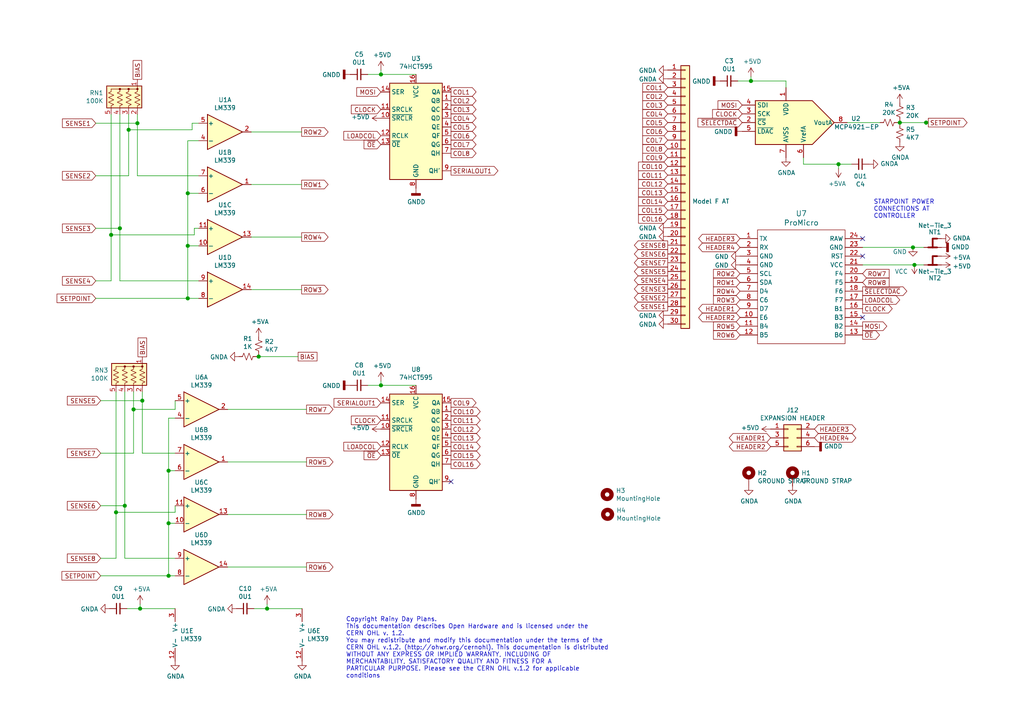
<source format=kicad_sch>
(kicad_sch (version 20200714) (host eeschema "(5.99.0-2620-gc6e388db1)")
  (page 1 1)
  (paper "A4")
  (title_block (title "THT-XWhatsIt model f only controller") (date "2020-08-20") (rev "0.0.3") (company "Rainy Day Plans") (comment 4 "Licenced under CERN OHL Version 1.2"))
  (lib_symbols
    (symbol "74xx:74HCT595" (pin_names (offset 0.508))
      (property "Reference" "U" (at -7.62 13.97 0))
      (property "Value" "74HCT595" (at -7.62 -16.51 0))
      (symbol "74HCT595_1_1"
        (rectangle (start -7.62 12.7) (end 7.62 -15.24) (stroke (width 0.254)) (fill (type background)))
      )
      (symbol "74HCT595_1_0"
        (pin tri_state line (at 10.16 7.62 180) (length 2.54) (name "QB") (number "1"))
        (pin input line (at -10.16 2.54 0) (length 2.54) (name "~SRCLR") (number "10"))
        (pin input line (at -10.16 5.08 0) (length 2.54) (name "SRCLK") (number "11"))
        (pin input line (at -10.16 -2.54 0) (length 2.54) (name "RCLK") (number "12"))
        (pin input line (at -10.16 -5.08 0) (length 2.54) (name "~OE") (number "13"))
        (pin input line (at -10.16 10.16 0) (length 2.54) (name "SER") (number "14"))
        (pin tri_state line (at 10.16 10.16 180) (length 2.54) (name "QA") (number "15"))
        (pin power_in line (at 0 15.24 270) (length 2.54) (name "VCC") (number "16"))
        (pin tri_state line (at 10.16 5.08 180) (length 2.54) (name "QC") (number "2"))
        (pin tri_state line (at 10.16 2.54 180) (length 2.54) (name "QD") (number "3"))
        (pin tri_state line (at 10.16 0 180) (length 2.54) (name "QE") (number "4"))
        (pin tri_state line (at 10.16 -2.54 180) (length 2.54) (name "QF") (number "5"))
        (pin tri_state line (at 10.16 -5.08 180) (length 2.54) (name "QG") (number "6"))
        (pin tri_state line (at 10.16 -7.62 180) (length 2.54) (name "QH") (number "7"))
        (pin power_in line (at 0 -17.78 90) (length 2.54) (name "GND") (number "8"))
        (pin output line (at 10.16 -12.7 180) (length 2.54) (name "QH'") (number "9"))
      )
    )
    (symbol "Analog_DAC:MCP4921-EP"
      (property "Reference" "U" (at -11.43 7.62 0))
      (property "Value" "MCP4921-EP" (at 0 7.62 0))
      (symbol "MCP4921-EP_0_1"
        (polyline (pts (xy -11.43 6.35) (xy 5.08 6.35) (xy 11.43 0) (xy 5.08 -6.35) (xy -11.43 -6.35) (xy -11.43 6.35)) (stroke (width 0.254)) (fill (type background)))
      )
      (symbol "MCP4921-EP_1_1"
        (pin power_in line (at -2.54 10.16 270) (length 3.81) (name "VDD") (number "1"))
        (pin input line (at -15.24 0 0) (length 3.81) (name "~CS~") (number "2"))
        (pin input line (at -15.24 2.54 0) (length 3.81) (name "SCK") (number "3"))
        (pin input line (at -15.24 5.08 0) (length 3.81) (name "SDI") (number "4"))
        (pin input line (at -15.24 -2.54 0) (length 3.81) (name "~LDAC~") (number "5"))
        (pin passive line (at 2.54 -10.16 90) (length 3.81) (name "VrefA") (number "6"))
        (pin power_in line (at -2.54 -10.16 90) (length 3.81) (name "AVSS") (number "7"))
        (pin passive line (at 15.24 0 180) (length 3.81) (name "VoutA") (number "8"))
      )
    )
    (symbol "Comparator:LM339" (pin_names (offset 0.127))
      (property "Reference" "U" (at 0 5.08 0))
      (property "Value" "LM339" (at 0 -5.08 0))
      (symbol "LM339_1_1"
        (polyline (pts (xy -5.08 5.08) (xy 5.08 0) (xy -5.08 -5.08) (xy -5.08 5.08)) (stroke (width 0.254)) (fill (type background)))
        (pin open_collector line (at 7.62 0 180) (length 2.54) (name "~") (number "2"))
        (pin input line (at -7.62 -2.54 0) (length 2.54) (name "-") (number "4"))
        (pin input line (at -7.62 2.54 0) (length 2.54) (name "+") (number "5"))
      )
      (symbol "LM339_2_1"
        (polyline (pts (xy -5.08 5.08) (xy 5.08 0) (xy -5.08 -5.08) (xy -5.08 5.08)) (stroke (width 0.254)) (fill (type background)))
        (pin open_collector line (at 7.62 0 180) (length 2.54) (name "~") (number "1"))
        (pin input line (at -7.62 -2.54 0) (length 2.54) (name "-") (number "6"))
        (pin input line (at -7.62 2.54 0) (length 2.54) (name "+") (number "7"))
      )
      (symbol "LM339_3_1"
        (polyline (pts (xy -5.08 5.08) (xy 5.08 0) (xy -5.08 -5.08) (xy -5.08 5.08)) (stroke (width 0.254)) (fill (type background)))
        (pin input line (at -7.62 -2.54 0) (length 2.54) (name "-") (number "10"))
        (pin input line (at -7.62 2.54 0) (length 2.54) (name "+") (number "11"))
        (pin open_collector line (at 7.62 0 180) (length 2.54) (name "~") (number "13"))
      )
      (symbol "LM339_4_1"
        (polyline (pts (xy -5.08 5.08) (xy 5.08 0) (xy -5.08 -5.08) (xy -5.08 5.08)) (stroke (width 0.254)) (fill (type background)))
        (pin open_collector line (at 7.62 0 180) (length 2.54) (name "~") (number "14"))
        (pin input line (at -7.62 -2.54 0) (length 2.54) (name "-") (number "8"))
        (pin input line (at -7.62 2.54 0) (length 2.54) (name "+") (number "9"))
      )
      (symbol "LM339_5_1"
        (pin power_in line (at -2.54 -7.62 90) (length 3.81) (name "V-") (number "12"))
        (pin power_in line (at -2.54 7.62 270) (length 3.81) (name "V+") (number "3"))
      )
    )
    (symbol "Connector_Generic:Conn_01x30" (pin_names hide)
      (property "Reference" "J" (at 0 38.1 0))
      (property "Value" "Conn_01x30" (at 0 -40.64 0))
      (symbol "Conn_01x30_1_1"
        (rectangle (start -1.27 -27.813) (end 0 -28.067) (stroke (width 0.1524)))
        (rectangle (start -1.27 -30.353) (end 0 -30.607) (stroke (width 0.1524)))
        (rectangle (start -1.27 -32.893) (end 0 -33.147) (stroke (width 0.1524)))
        (rectangle (start -1.27 -35.433) (end 0 -35.687) (stroke (width 0.1524)))
        (rectangle (start -1.27 -37.973) (end 0 -38.227) (stroke (width 0.1524)))
        (rectangle (start -1.27 -4.953) (end 0 -5.207) (stroke (width 0.1524)))
        (rectangle (start -1.27 -7.493) (end 0 -7.747) (stroke (width 0.1524)))
        (rectangle (start -1.27 -10.033) (end 0 -10.287) (stroke (width 0.1524)))
        (rectangle (start -1.27 -12.573) (end 0 -12.827) (stroke (width 0.1524)))
        (rectangle (start -1.27 -15.113) (end 0 -15.367) (stroke (width 0.1524)))
        (rectangle (start -1.27 -17.653) (end 0 -17.907) (stroke (width 0.1524)))
        (rectangle (start -1.27 -20.193) (end 0 -20.447) (stroke (width 0.1524)))
        (rectangle (start -1.27 -22.733) (end 0 -22.987) (stroke (width 0.1524)))
        (rectangle (start -1.27 -2.413) (end 0 -2.667) (stroke (width 0.1524)))
        (rectangle (start -1.27 -25.273) (end 0 -25.527) (stroke (width 0.1524)))
        (rectangle (start -1.27 25.527) (end 0 25.273) (stroke (width 0.1524)))
        (rectangle (start -1.27 2.667) (end 0 2.413) (stroke (width 0.1524)))
        (rectangle (start -1.27 28.067) (end 0 27.813) (stroke (width 0.1524)))
        (rectangle (start -1.27 30.607) (end 0 30.353) (stroke (width 0.1524)))
        (rectangle (start -1.27 33.147) (end 0 32.893) (stroke (width 0.1524)))
        (rectangle (start -1.27 35.687) (end 0 35.433) (stroke (width 0.1524)))
        (rectangle (start -1.27 36.83) (end 1.27 -39.37) (stroke (width 0.254)) (fill (type background)))
        (rectangle (start -1.27 5.207) (end 0 4.953) (stroke (width 0.1524)))
        (rectangle (start -1.27 7.747) (end 0 7.493) (stroke (width 0.1524)))
        (rectangle (start -1.27 10.287) (end 0 10.033) (stroke (width 0.1524)))
        (rectangle (start -1.27 0.127) (end 0 -0.127) (stroke (width 0.1524)))
        (rectangle (start -1.27 12.827) (end 0 12.573) (stroke (width 0.1524)))
        (rectangle (start -1.27 15.367) (end 0 15.113) (stroke (width 0.1524)))
        (rectangle (start -1.27 17.907) (end 0 17.653) (stroke (width 0.1524)))
        (rectangle (start -1.27 20.447) (end 0 20.193) (stroke (width 0.1524)))
        (rectangle (start -1.27 22.987) (end 0 22.733) (stroke (width 0.1524)))
        (pin passive line (at -5.08 35.56 0) (length 3.81) (name "Pin_1") (number "1"))
        (pin passive line (at -5.08 12.7 0) (length 3.81) (name "Pin_10") (number "10"))
        (pin passive line (at -5.08 10.16 0) (length 3.81) (name "Pin_11") (number "11"))
        (pin passive line (at -5.08 7.62 0) (length 3.81) (name "Pin_12") (number "12"))
        (pin passive line (at -5.08 5.08 0) (length 3.81) (name "Pin_13") (number "13"))
        (pin passive line (at -5.08 2.54 0) (length 3.81) (name "Pin_14") (number "14"))
        (pin passive line (at -5.08 0 0) (length 3.81) (name "Pin_15") (number "15"))
        (pin passive line (at -5.08 -2.54 0) (length 3.81) (name "Pin_16") (number "16"))
        (pin passive line (at -5.08 -5.08 0) (length 3.81) (name "Pin_17") (number "17"))
        (pin passive line (at -5.08 -7.62 0) (length 3.81) (name "Pin_18") (number "18"))
        (pin passive line (at -5.08 -10.16 0) (length 3.81) (name "Pin_19") (number "19"))
        (pin passive line (at -5.08 33.02 0) (length 3.81) (name "Pin_2") (number "2"))
        (pin passive line (at -5.08 -12.7 0) (length 3.81) (name "Pin_20") (number "20"))
        (pin passive line (at -5.08 -15.24 0) (length 3.81) (name "Pin_21") (number "21"))
        (pin passive line (at -5.08 -17.78 0) (length 3.81) (name "Pin_22") (number "22"))
        (pin passive line (at -5.08 -20.32 0) (length 3.81) (name "Pin_23") (number "23"))
        (pin passive line (at -5.08 -22.86 0) (length 3.81) (name "Pin_24") (number "24"))
        (pin passive line (at -5.08 -25.4 0) (length 3.81) (name "Pin_25") (number "25"))
        (pin passive line (at -5.08 -27.94 0) (length 3.81) (name "Pin_26") (number "26"))
        (pin passive line (at -5.08 -30.48 0) (length 3.81) (name "Pin_27") (number "27"))
        (pin passive line (at -5.08 -33.02 0) (length 3.81) (name "Pin_28") (number "28"))
        (pin passive line (at -5.08 -35.56 0) (length 3.81) (name "Pin_29") (number "29"))
        (pin passive line (at -5.08 30.48 0) (length 3.81) (name "Pin_3") (number "3"))
        (pin passive line (at -5.08 -38.1 0) (length 3.81) (name "Pin_30") (number "30"))
        (pin passive line (at -5.08 27.94 0) (length 3.81) (name "Pin_4") (number "4"))
        (pin passive line (at -5.08 25.4 0) (length 3.81) (name "Pin_5") (number "5"))
        (pin passive line (at -5.08 22.86 0) (length 3.81) (name "Pin_6") (number "6"))
        (pin passive line (at -5.08 20.32 0) (length 3.81) (name "Pin_7") (number "7"))
        (pin passive line (at -5.08 17.78 0) (length 3.81) (name "Pin_8") (number "8"))
        (pin passive line (at -5.08 15.24 0) (length 3.81) (name "Pin_9") (number "9"))
      )
    )
    (symbol "Connector_Generic:Conn_02x03_Odd_Even" (pin_names hide)
      (property "Reference" "J" (at 1.27 5.08 0))
      (property "Value" "Conn_02x03_Odd_Even" (at 1.27 -5.08 0))
      (symbol "Conn_02x03_Odd_Even_1_1"
        (rectangle (start -1.27 -2.413) (end 0 -2.667) (stroke (width 0.1524)))
        (rectangle (start -1.27 2.667) (end 0 2.413) (stroke (width 0.1524)))
        (rectangle (start -1.27 3.81) (end 3.81 -3.81) (stroke (width 0.254)) (fill (type background)))
        (rectangle (start -1.27 0.127) (end 0 -0.127) (stroke (width 0.1524)))
        (rectangle (start 3.81 -2.413) (end 2.54 -2.667) (stroke (width 0.1524)))
        (rectangle (start 3.81 2.667) (end 2.54 2.413) (stroke (width 0.1524)))
        (rectangle (start 3.81 0.127) (end 2.54 -0.127) (stroke (width 0.1524)))
        (pin passive line (at -5.08 2.54 0) (length 3.81) (name "Pin_1") (number "1"))
        (pin passive line (at 7.62 2.54 180) (length 3.81) (name "Pin_2") (number "2"))
        (pin passive line (at -5.08 0 0) (length 3.81) (name "Pin_3") (number "3"))
        (pin passive line (at 7.62 0 180) (length 3.81) (name "Pin_4") (number "4"))
        (pin passive line (at -5.08 -2.54 0) (length 3.81) (name "Pin_5") (number "5"))
        (pin passive line (at 7.62 -2.54 180) (length 3.81) (name "Pin_6") (number "6"))
      )
    )
    (symbol "Device:C_Small" (pin_numbers hide) (pin_names (offset 0.254) hide)
      (property "Reference" "C" (at 0.254 1.778 0))
      (property "Value" "C_Small" (at 0.254 -2.032 0))
      (symbol "C_Small_0_1"
        (polyline (pts (xy -1.524 -0.508) (xy 1.524 -0.508)) (stroke (width 0.3302)))
        (polyline (pts (xy -1.524 0.508) (xy 1.524 0.508)) (stroke (width 0.3048)))
      )
      (symbol "C_Small_1_1"
        (pin passive line (at 0 2.54 270) (length 2.032) (name "~") (number "1"))
        (pin passive line (at 0 -2.54 90) (length 2.032) (name "~") (number "2"))
      )
    )
    (symbol "Device:Net-Tie_3" (pin_numbers hide) (pin_names (offset 0) hide)
      (property "Reference" "NT" (at 0 1.27 0))
      (property "Value" "Net-Tie_3" (at 0 -3.81 0))
      (symbol "Net-Tie_3_0_1"
        (polyline (pts (xy -1.27 0) (xy 1.27 0)) (stroke (width 0.508)))
        (polyline (pts (xy 0 0) (xy 0 -2.54) (xy -1.27 -2.54)) (stroke (width 0.508)))
      )
      (symbol "Net-Tie_3_1_1"
        (pin passive line (at -2.54 0 0) (length 2.54) (name "1") (number "1"))
        (pin passive line (at 2.54 0 180) (length 2.54) (name "2") (number "2"))
        (pin passive line (at -2.54 -2.54 0) (length 2.54) (name "3") (number "3"))
      )
    )
    (symbol "Device:R_Network04_US" (pin_names (offset 0) hide)
      (property "Reference" "RN" (at -7.62 0 90))
      (property "Value" "R_Network04_US" (at 5.08 0 90))
      (symbol "R_Network04_US_0_1"
        (circle (center -2.54 2.286) (radius 0.254) (fill (type outline)))
        (circle (center -5.08 2.286) (radius 0.254) (fill (type outline)))
        (circle (center 0 2.286) (radius 0.254) (fill (type outline)))
        (rectangle (start -6.35 -3.175) (end 3.81 3.175) (stroke (width 0.254)) (fill (type background)))
        (polyline (pts (xy -2.54 2.286) (xy -2.54 1.524) (xy -1.778 1.1684) (xy -3.302 0.508) (xy -1.778 -0.1524) (xy -3.302 -0.8382) (xy -1.778 -1.524) (xy -3.302 -2.1844) (xy -2.54 -2.54) (xy -2.54 -3.81)))
        (polyline (pts (xy -5.08 2.286) (xy -5.08 1.524) (xy -4.318 1.1684) (xy -5.842 0.508) (xy -4.318 -0.1524) (xy -5.842 -0.8382) (xy -4.318 -1.524) (xy -5.842 -2.1844) (xy -5.08 -2.54) (xy -5.08 -3.81)))
        (polyline (pts (xy 0 2.286) (xy 0 1.524) (xy 0.762 1.1684) (xy -0.762 0.508) (xy 0.762 -0.1524) (xy -0.762 -0.8382) (xy 0.762 -1.524) (xy -0.762 -2.1844) (xy 0 -2.54) (xy 0 -3.81)))
        (polyline (pts (xy 2.54 2.286) (xy 2.54 1.524) (xy 3.302 1.1684) (xy 1.778 0.508) (xy 3.302 -0.1524) (xy 1.778 -0.8382) (xy 3.302 -1.524) (xy 1.778 -2.1844) (xy 2.54 -2.54) (xy 2.54 -3.81)))
        (polyline (pts (xy -5.08 2.286) (xy 2.54 2.286)))
      )
      (symbol "R_Network04_US_1_1"
        (pin passive line (at -5.08 -5.08 90) (length 1.27) (name "R1") (number "2"))
        (pin passive line (at -2.54 -5.08 90) (length 1.27) (name "R2") (number "3"))
        (pin passive line (at 0 -5.08 90) (length 1.27) (name "R3") (number "4"))
        (pin passive line (at 2.54 -5.08 90) (length 1.27) (name "R4") (number "5"))
        (pin passive line (at -5.08 5.08 270) (length 2.54) (name "common") (number "1"))
      )
    )
    (symbol "Device:R_Small_US" (pin_numbers hide) (pin_names (offset 0.254) hide)
      (property "Reference" "R" (at 0.762 0.508 0))
      (property "Value" "R_Small_US" (at 0.762 -1.016 0))
      (symbol "R_Small_US_1_1"
        (polyline (pts (xy 0 0) (xy 1.016 -0.381) (xy 0 -0.762) (xy -1.016 -1.143) (xy 0 -1.524)))
        (polyline (pts (xy 0 1.524) (xy 1.016 1.143) (xy 0 0.762) (xy -1.016 0.381) (xy 0 0)))
        (pin passive line (at 0 2.54 270) (length 1.016) (name "~") (number "1"))
        (pin passive line (at 0 -2.54 90) (length 1.016) (name "~") (number "2"))
      )
    )
    (symbol "Mechanical:MountingHole"
      (property "Reference" "H" (at 0 5.08 0))
      (property "Value" "MountingHole" (at 0 3.175 0))
      (symbol "MountingHole_0_1"
        (circle (center 0 0) (radius 1.27) (stroke (width 1.27)))
      )
    )
    (symbol "Mechanical:MountingHole_Pad" (pin_numbers hide) (pin_names hide)
      (property "Reference" "H" (at 0 6.35 0))
      (property "Value" "MountingHole_Pad" (at 0 4.445 0))
      (symbol "MountingHole_Pad_0_1"
        (circle (center 0 1.27) (radius 1.27) (stroke (width 1.27)))
      )
      (symbol "MountingHole_Pad_1_1"
        (pin input line (at 0 -2.54 90) (length 2.54) (name "1") (number "1"))
      )
    )
    (symbol "TH-XWHatsIt:ProMicro-promicro"
      (property "Reference" "U" (at 0 24.13 0))
      (property "Value" "ProMicro-promicro" (at 0 -13.97 0))
      (symbol "ProMicro-promicro_0_1"
        (rectangle (start -12.7 21.59) (end 12.7 -11.43))
      )
      (symbol "ProMicro-promicro_1_1"
        (pin bidirectional line (at -17.78 19.05 0) (length 5.08) (name "TX") (number "1"))
        (pin bidirectional line (at -17.78 -3.81 0) (length 5.08) (name "E6") (number "10"))
        (pin bidirectional line (at -17.78 -6.35 0) (length 5.08) (name "B4") (number "11"))
        (pin bidirectional line (at -17.78 -8.89 0) (length 5.08) (name "B5") (number "12"))
        (pin bidirectional line (at 17.78 -8.89 180) (length 5.08) (name "B6") (number "13"))
        (pin bidirectional line (at 17.78 -6.35 180) (length 5.08) (name "B2") (number "14"))
        (pin bidirectional line (at 17.78 -3.81 180) (length 5.08) (name "B3") (number "15"))
        (pin bidirectional line (at 17.78 -1.27 180) (length 5.08) (name "B1") (number "16"))
        (pin bidirectional line (at 17.78 1.27 180) (length 5.08) (name "F7") (number "17"))
        (pin bidirectional line (at 17.78 3.81 180) (length 5.08) (name "F6") (number "18"))
        (pin bidirectional line (at 17.78 6.35 180) (length 5.08) (name "F5") (number "19"))
        (pin bidirectional line (at -17.78 16.51 0) (length 5.08) (name "RX") (number "2"))
        (pin bidirectional line (at 17.78 8.89 180) (length 5.08) (name "F4") (number "20"))
        (pin power_in line (at 17.78 11.43 180) (length 5.08) (name "VCC") (number "21"))
        (pin input line (at 17.78 13.97 180) (length 5.08) (name "RST") (number "22"))
        (pin power_in line (at 17.78 16.51 180) (length 5.08) (name "GND") (number "23"))
        (pin power_out line (at 17.78 19.05 180) (length 5.08) (name "RAW") (number "24"))
        (pin power_in line (at -17.78 13.97 0) (length 5.08) (name "GND") (number "3"))
        (pin power_in line (at -17.78 11.43 0) (length 5.08) (name "GND") (number "4"))
        (pin bidirectional line (at -17.78 8.89 0) (length 5.08) (name "SCL") (number "5"))
        (pin bidirectional line (at -17.78 6.35 0) (length 5.08) (name "SDA") (number "6"))
        (pin bidirectional line (at -17.78 3.81 0) (length 5.08) (name "D4") (number "7"))
        (pin bidirectional line (at -17.78 1.27 0) (length 5.08) (name "C6") (number "8"))
        (pin bidirectional line (at -17.78 -1.27 0) (length 5.08) (name "D7") (number "9"))
      )
    )
    (symbol "power:+5VA" (power) (pin_names (offset 0))
      (property "Value" "+5VA" (at 0 3.556 0))
      (symbol "+5VA_0_1"
        (polyline (pts (xy -0.762 1.27) (xy 0 2.54)))
        (polyline (pts (xy 0 0) (xy 0 2.54)))
        (polyline (pts (xy 0 2.54) (xy 0.762 1.27)))
      )
      (symbol "+5VA_1_1"
        (pin power_in line (at 0 0 90) (length 0) hide (name "+5VA") (number "1"))
      )
    )
    (symbol "power:+5VD" (power) (pin_names (offset 0))
      (property "Value" "+5VD" (at 0 3.556 0))
      (symbol "+5VD_0_1"
        (polyline (pts (xy -0.762 1.27) (xy 0 2.54)))
        (polyline (pts (xy 0 0) (xy 0 2.54)))
        (polyline (pts (xy 0 2.54) (xy 0.762 1.27)))
      )
      (symbol "+5VD_1_1"
        (pin power_in line (at 0 0 90) (length 0) hide (name "+5VD") (number "1"))
      )
    )
    (symbol "power:GND" (power) (pin_names (offset 0))
      (property "Value" "GND" (at 0 -3.81 0))
      (symbol "GND_0_1"
        (polyline (pts (xy 0 0) (xy 0 -1.27) (xy 1.27 -1.27) (xy 0 -2.54) (xy -1.27 -1.27) (xy 0 -1.27)))
      )
      (symbol "GND_1_1"
        (pin power_in line (at 0 0 270) (length 0) hide (name "GND") (number "1"))
      )
    )
    (symbol "power:GNDA" (power) (pin_names (offset 0))
      (property "Value" "GNDA" (at 0 -3.81 0))
      (symbol "GNDA_0_1"
        (polyline (pts (xy 0 0) (xy 0 -1.27) (xy 1.27 -1.27) (xy 0 -2.54) (xy -1.27 -1.27) (xy 0 -1.27)))
      )
      (symbol "GNDA_1_1"
        (pin power_in line (at 0 0 270) (length 0) hide (name "GNDA") (number "1"))
      )
    )
    (symbol "power:GNDD" (power) (pin_names (offset 0))
      (property "Value" "GNDD" (at 0 -3.175 0))
      (symbol "GNDD_0_1"
        (rectangle (start -1.27 -1.524) (end 1.27 -2.032) (stroke (width 0.254)) (fill (type outline)))
        (polyline (pts (xy 0 0) (xy 0 -1.524)))
      )
      (symbol "GNDD_1_1"
        (pin power_in line (at 0 0 270) (length 0) hide (name "GNDD") (number "1"))
      )
    )
    (symbol "power:VCC" (power) (pin_names (offset 0))
      (property "Value" "VCC" (at 0 3.81 0))
      (symbol "VCC_0_1"
        (polyline (pts (xy -0.762 1.27) (xy 0 2.54)))
        (polyline (pts (xy 0 0) (xy 0 2.54)))
        (polyline (pts (xy 0 2.54) (xy 0.762 1.27)))
      )
      (symbol "VCC_1_1"
        (pin power_in line (at 0 0 90) (length 0) hide (name "VCC") (number "1"))
      )
    )
  )
  (junction (at 32.2326 68.1228) (diameter 1.016))
  (junction (at 33.655 148.59) (diameter 1.016))
  (junction (at 34.7726 66.2178) (diameter 1.016))
  (junction (at 36.195 146.685) (diameter 1.016))
  (junction (at 37.3126 37.6428) (diameter 1.016))
  (junction (at 38.735 118.745) (diameter 1.016))
  (junction (at 39.8526 35.7378) (diameter 1.016))
  (junction (at 40.64 176.53) (diameter 1.016))
  (junction (at 41.275 116.205) (diameter 1.016))
  (junction (at 48.895 136.525) (diameter 1.016))
  (junction (at 48.895 151.765) (diameter 1.016))
  (junction (at 48.895 167.005) (diameter 1.016))
  (junction (at 54.4576 56.0578) (diameter 1.016))
  (junction (at 54.4576 71.2978) (diameter 1.016))
  (junction (at 54.4576 86.5378) (diameter 1.016))
  (junction (at 75.0316 103.4288) (diameter 1.016))
  (junction (at 77.47 176.53) (diameter 1.016))
  (junction (at 110.49 21.59) (diameter 1.016))
  (junction (at 110.49 111.76) (diameter 1.016))
  (junction (at 217.805 23.495) (diameter 1.016))
  (junction (at 243.205 47.625) (diameter 1.016))
  (junction (at 260.985 35.56) (diameter 1.016))
  (junction (at 264.795 71.755) (diameter 1.016))
  (junction (at 265.2268 76.835) (diameter 1.016))
  (junction (at 268.605 35.56) (diameter 1.016))
  (no_connect (at 130.81 139.7))
  (no_connect (at 250.19 92.075))
  (no_connect (at 250.19 74.295))
  (no_connect (at 250.19 69.215))
  (wire (pts (xy 27.7876 35.7378) (xy 39.8526 35.7378)))
  (wire (pts (xy 27.7876 50.9778) (xy 37.3126 50.9778)))
  (wire (pts (xy 27.7876 86.5378) (xy 54.4576 86.5378)))
  (wire (pts (xy 29.21 116.205) (xy 41.275 116.205)))
  (wire (pts (xy 29.21 131.445) (xy 38.735 131.445)))
  (wire (pts (xy 29.21 146.685) (xy 36.195 146.685)))
  (wire (pts (xy 32.2326 33.1978) (xy 32.2326 68.1228)))
  (wire (pts (xy 32.2326 68.1228) (xy 32.2326 81.4578)))
  (wire (pts (xy 32.2326 68.1228) (xy 56.3626 68.1228)))
  (wire (pts (xy 32.2326 81.4578) (xy 27.7876 81.4578)))
  (wire (pts (xy 33.655 113.665) (xy 33.655 148.59)))
  (wire (pts (xy 33.655 148.59) (xy 33.655 161.925)))
  (wire (pts (xy 33.655 148.59) (xy 50.8 148.59)))
  (wire (pts (xy 33.655 161.925) (xy 29.21 161.925)))
  (wire (pts (xy 34.7726 33.1978) (xy 34.7726 66.2178)))
  (wire (pts (xy 34.7726 66.2178) (xy 27.7876 66.2178)))
  (wire (pts (xy 34.7726 81.4578) (xy 34.7726 66.2178)))
  (wire (pts (xy 34.7726 81.4578) (xy 57.6326 81.4578)))
  (wire (pts (xy 36.195 146.685) (xy 36.195 113.665)))
  (wire (pts (xy 36.195 146.685) (xy 36.195 161.925)))
  (wire (pts (xy 36.195 161.925) (xy 50.8 161.925)))
  (wire (pts (xy 36.83 176.53) (xy 40.64 176.53)))
  (wire (pts (xy 37.3126 37.6428) (xy 37.3126 33.1978)))
  (wire (pts (xy 37.3126 37.6428) (xy 55.7276 37.6428)))
  (wire (pts (xy 37.3126 50.9778) (xy 37.3126 37.6428)))
  (wire (pts (xy 38.735 118.745) (xy 38.735 113.665)))
  (wire (pts (xy 38.735 118.745) (xy 50.8 118.745)))
  (wire (pts (xy 38.735 131.445) (xy 38.735 118.745)))
  (wire (pts (xy 39.8526 35.7378) (xy 39.8526 33.1978)))
  (wire (pts (xy 39.8526 50.9778) (xy 39.8526 35.7378)))
  (wire (pts (xy 39.8526 50.9778) (xy 57.6326 50.9778)))
  (wire (pts (xy 40.64 175.26) (xy 40.64 176.53)))
  (wire (pts (xy 40.64 176.53) (xy 50.8 176.53)))
  (wire (pts (xy 41.275 116.205) (xy 41.275 113.665)))
  (wire (pts (xy 41.275 116.205) (xy 41.275 131.445)))
  (wire (pts (xy 41.275 131.445) (xy 50.8 131.445)))
  (wire (pts (xy 48.895 121.285) (xy 48.895 136.525)))
  (wire (pts (xy 48.895 136.525) (xy 48.895 151.765)))
  (wire (pts (xy 48.895 136.525) (xy 50.8 136.525)))
  (wire (pts (xy 48.895 151.765) (xy 48.895 167.005)))
  (wire (pts (xy 48.895 151.765) (xy 50.8 151.765)))
  (wire (pts (xy 48.895 167.005) (xy 29.21 167.005)))
  (wire (pts (xy 48.895 167.005) (xy 50.8 167.005)))
  (wire (pts (xy 50.8 118.745) (xy 50.8 116.205)))
  (wire (pts (xy 50.8 121.285) (xy 48.895 121.285)))
  (wire (pts (xy 50.8 148.59) (xy 50.8 146.685)))
  (wire (pts (xy 54.4576 40.8178) (xy 57.6326 40.8178)))
  (wire (pts (xy 54.4576 56.0578) (xy 54.4576 40.8178)))
  (wire (pts (xy 54.4576 56.0578) (xy 57.6326 56.0578)))
  (wire (pts (xy 54.4576 71.2978) (xy 54.4576 56.0578)))
  (wire (pts (xy 54.4576 71.2978) (xy 54.4576 86.5378)))
  (wire (pts (xy 54.4576 71.2978) (xy 57.6326 71.2978)))
  (wire (pts (xy 54.4576 86.5378) (xy 57.6326 86.5378)))
  (wire (pts (xy 55.7276 35.7378) (xy 57.6326 35.7378)))
  (wire (pts (xy 55.7276 37.6428) (xy 55.7276 35.7378)))
  (wire (pts (xy 56.3626 66.2178) (xy 57.6326 66.2178)))
  (wire (pts (xy 56.3626 68.1228) (xy 56.3626 66.2178)))
  (wire (pts (xy 66.04 118.745) (xy 88.9 118.745)))
  (wire (pts (xy 66.04 133.985) (xy 88.9 133.985)))
  (wire (pts (xy 66.04 149.225) (xy 88.9 149.225)))
  (wire (pts (xy 66.04 164.465) (xy 88.9 164.465)))
  (wire (pts (xy 72.8726 38.2778) (xy 87.4776 38.2778)))
  (wire (pts (xy 72.8726 53.5178) (xy 87.4776 53.5178)))
  (wire (pts (xy 72.8726 83.9978) (xy 87.4776 83.9978)))
  (wire (pts (xy 73.66 176.53) (xy 77.47 176.53)))
  (wire (pts (xy 74.3966 103.4288) (xy 75.0316 103.4288)))
  (wire (pts (xy 75.0316 102.7938) (xy 75.0316 103.4288)))
  (wire (pts (xy 75.0316 103.4288) (xy 86.4616 103.4288)))
  (wire (pts (xy 77.47 175.26) (xy 77.47 176.53)))
  (wire (pts (xy 77.47 176.53) (xy 87.63 176.53)))
  (wire (pts (xy 87.4776 68.7578) (xy 72.8726 68.7578)))
  (wire (pts (xy 106.68 21.59) (xy 110.49 21.59)))
  (wire (pts (xy 106.68 111.76) (xy 110.49 111.76)))
  (wire (pts (xy 110.49 20.32) (xy 110.49 21.59)))
  (wire (pts (xy 110.49 21.59) (xy 120.65 21.59)))
  (wire (pts (xy 110.49 110.49) (xy 110.49 111.76)))
  (wire (pts (xy 110.49 111.76) (xy 120.65 111.76)))
  (wire (pts (xy 213.995 23.495) (xy 217.805 23.495)))
  (wire (pts (xy 217.805 22.225) (xy 217.805 23.495)))
  (wire (pts (xy 217.805 23.495) (xy 227.965 23.495)))
  (wire (pts (xy 227.965 23.495) (xy 227.965 25.4)))
  (wire (pts (xy 233.045 47.625) (xy 233.045 45.72)))
  (wire (pts (xy 243.205 47.625) (xy 233.045 47.625)))
  (wire (pts (xy 243.205 48.895) (xy 243.205 47.625)))
  (wire (pts (xy 245.745 35.56) (xy 255.27 35.56)))
  (wire (pts (xy 247.015 47.625) (xy 243.205 47.625)))
  (wire (pts (xy 250.19 76.835) (xy 265.2268 76.835)))
  (wire (pts (xy 260.35 35.56) (xy 260.985 35.56)))
  (wire (pts (xy 260.985 34.925) (xy 260.985 35.56)))
  (wire (pts (xy 260.985 35.56) (xy 260.985 36.195)))
  (wire (pts (xy 260.985 35.56) (xy 268.605 35.56)))
  (wire (pts (xy 264.795 71.755) (xy 250.19 71.755)))
  (wire (pts (xy 265.2268 76.835) (xy 265.2522 76.835)))
  (wire (pts (xy 265.2268 76.835) (xy 267.97 76.835)))
  (wire (pts (xy 267.97 71.755) (xy 264.795 71.755)))
  (wire (pts (xy 268.605 35.56) (xy 269.24 35.56)))
  (wire (pts (xy 268.605 36.195) (xy 268.605 35.56)))
  (text "Copyright Rainy Day Plans.\nThis documentation describes Open Hardware and is licensed under the\nCERN OHL v. 1.2.\nYou may redistribute and modify this documentation under the terms of the\nCERN OHL v.1.2. (http://ohwr.org/cernohl). This documentation is distributed\nWITHOUT ANY EXPRESS OR IMPLIED WARRANTY, INCLUDING OF\nMERCHANTABILITY, SATISFACTORY QUALITY AND FITNESS FOR A\nPARTICULAR PURPOSE. Please see the CERN OHL v.1.2 for applicable\nconditions" (at 100.33 196.85 0) (effects (font (size 1.27 1.27)) (justify left bottom)))
  (text "STARPOINT POWER\nCONNECTIONS AT\nCONTROLLER" (at 253.365 63.5 0) (effects (font (size 1.27 1.27)) (justify left bottom)))
  (global_label "SENSE1" (shape input) (at 27.7876 35.7378 180))
  (global_label "SENSE2" (shape input) (at 27.7876 50.9778 180))
  (global_label "SENSE3" (shape input) (at 27.7876 66.2178 180))
  (global_label "SENSE4" (shape input) (at 27.7876 81.4578 180))
  (global_label "SETPOINT" (shape input) (at 27.7876 86.5378 180))
  (global_label "SENSE5" (shape input) (at 29.21 116.205 180))
  (global_label "SENSE7" (shape input) (at 29.21 131.445 180))
  (global_label "SENSE6" (shape input) (at 29.21 146.685 180))
  (global_label "SENSE8" (shape input) (at 29.21 161.925 180))
  (global_label "SETPOINT" (shape input) (at 29.21 167.005 180))
  (global_label "BIAS" (shape passive) (at 39.8526 23.0378 90))
  (global_label "BIAS" (shape passive) (at 41.275 103.505 90))
  (global_label "BIAS" (shape passive) (at 86.4616 103.4288 0))
  (global_label "ROW2" (shape output) (at 87.4776 38.2778 0))
  (global_label "ROW1" (shape output) (at 87.4776 53.5178 0))
  (global_label "ROW4" (shape output) (at 87.4776 68.7578 0))
  (global_label "ROW3" (shape output) (at 87.4776 83.9978 0))
  (global_label "ROW7" (shape output) (at 88.9 118.745 0))
  (global_label "ROW5" (shape output) (at 88.9 133.985 0))
  (global_label "ROW8" (shape output) (at 88.9 149.225 0))
  (global_label "ROW6" (shape output) (at 88.9 164.465 0))
  (global_label "MOSI" (shape input) (at 110.49 26.67 180))
  (global_label "CLOCK" (shape input) (at 110.49 31.75 180))
  (global_label "LOADCOL" (shape input) (at 110.49 39.37 180))
  (global_label "~OE" (shape input) (at 110.49 41.91 180))
  (global_label "SERIALOUT1" (shape input) (at 110.49 116.84 180))
  (global_label "CLOCK" (shape input) (at 110.49 121.92 180))
  (global_label "LOADCOL" (shape input) (at 110.49 129.54 180))
  (global_label "~OE" (shape input) (at 110.49 132.08 180))
  (global_label "COL1" (shape output) (at 130.81 26.67 0))
  (global_label "COL2" (shape output) (at 130.81 29.21 0))
  (global_label "COL3" (shape output) (at 130.81 31.75 0))
  (global_label "COL4" (shape output) (at 130.81 34.29 0))
  (global_label "COL5" (shape output) (at 130.81 36.83 0))
  (global_label "COL6" (shape output) (at 130.81 39.37 0))
  (global_label "COL7" (shape output) (at 130.81 41.91 0))
  (global_label "COL8" (shape output) (at 130.81 44.45 0))
  (global_label "SERIALOUT1" (shape output) (at 130.81 49.53 0))
  (global_label "COL9" (shape output) (at 130.81 116.84 0))
  (global_label "COL10" (shape output) (at 130.81 119.38 0))
  (global_label "COL11" (shape output) (at 130.81 121.92 0))
  (global_label "COL12" (shape output) (at 130.81 124.46 0))
  (global_label "COL13" (shape output) (at 130.81 127 0))
  (global_label "COL14" (shape output) (at 130.81 129.54 0))
  (global_label "COL15" (shape output) (at 130.81 132.08 0))
  (global_label "COL16" (shape output) (at 130.81 134.62 0))
  (global_label "COL1" (shape input) (at 193.675 25.4 180))
  (global_label "COL2" (shape input) (at 193.675 27.94 180))
  (global_label "COL3" (shape input) (at 193.675 30.48 180))
  (global_label "COL4" (shape input) (at 193.675 33.02 180))
  (global_label "COL5" (shape input) (at 193.675 35.56 180))
  (global_label "COL6" (shape input) (at 193.675 38.1 180))
  (global_label "COL7" (shape input) (at 193.675 40.64 180))
  (global_label "COL8" (shape input) (at 193.675 43.18 180))
  (global_label "COL9" (shape input) (at 193.675 45.72 180))
  (global_label "COL10" (shape input) (at 193.675 48.26 180))
  (global_label "COL11" (shape input) (at 193.675 50.8 180))
  (global_label "COL12" (shape input) (at 193.675 53.34 180))
  (global_label "COL13" (shape input) (at 193.675 55.88 180))
  (global_label "COL14" (shape input) (at 193.675 58.42 180))
  (global_label "COL15" (shape input) (at 193.675 60.96 180))
  (global_label "COL16" (shape input) (at 193.675 63.5 180))
  (global_label "SENSE8" (shape output) (at 193.675 71.12 180))
  (global_label "SENSE6" (shape output) (at 193.675 73.66 180))
  (global_label "SENSE7" (shape output) (at 193.675 76.2 180))
  (global_label "SENSE5" (shape output) (at 193.675 78.74 180))
  (global_label "SENSE4" (shape output) (at 193.675 81.28 180))
  (global_label "SENSE3" (shape output) (at 193.675 83.82 180))
  (global_label "SENSE2" (shape output) (at 193.675 86.36 180))
  (global_label "SENSE1" (shape output) (at 193.675 88.9 180))
  (global_label "HEADER3" (shape bidirectional) (at 214.63 69.215 180))
  (global_label "HEADER4" (shape bidirectional) (at 214.63 71.755 180))
  (global_label "ROW2" (shape input) (at 214.63 79.375 180))
  (global_label "ROW1" (shape input) (at 214.63 81.915 180))
  (global_label "ROW4" (shape input) (at 214.63 84.455 180))
  (global_label "ROW3" (shape input) (at 214.63 86.995 180))
  (global_label "HEADER1" (shape bidirectional) (at 214.63 89.535 180))
  (global_label "HEADER2" (shape bidirectional) (at 214.63 92.075 180))
  (global_label "ROW5" (shape input) (at 214.63 94.615 180))
  (global_label "ROW6" (shape input) (at 214.63 97.155 180))
  (global_label "MOSI" (shape input) (at 215.265 30.48 180))
  (global_label "CLOCK" (shape input) (at 215.265 33.02 180))
  (global_label "~SELECTDAC" (shape input) (at 215.265 35.56 180))
  (global_label "HEADER1" (shape bidirectional) (at 223.52 127 180))
  (global_label "HEADER2" (shape bidirectional) (at 223.52 129.54 180))
  (global_label "HEADER3" (shape bidirectional) (at 236.22 124.46 0))
  (global_label "HEADER4" (shape bidirectional) (at 236.22 127 0))
  (global_label "ROW7" (shape input) (at 250.19 79.375 0))
  (global_label "ROW8" (shape input) (at 250.19 81.915 0))
  (global_label "~SELECTDAC" (shape output) (at 250.19 84.455 0))
  (global_label "LOADCOL" (shape output) (at 250.19 86.995 0))
  (global_label "CLOCK" (shape output) (at 250.19 89.535 0))
  (global_label "MOSI" (shape output) (at 250.19 94.615 0))
  (global_label "~OE" (shape output) (at 250.19 97.155 0))
  (global_label "SETPOINT" (shape output) (at 269.24 35.56 0))
  (symbol (lib_id "power:+5VA") (at 40.64 175.26 0) (unit 1)
    (property "Reference" "#PWR0113" (effects hide))
    (property "Value" "+5VA" (at 41.021 170.8658 0))
  )
  (symbol (lib_id "power:+5VA") (at 75.0316 97.7138 0) (unit 1)
    (property "Reference" "#PWR0103" (effects hide))
    (property "Value" "+5VA" (at 75.4126 93.3196 0))
  )
  (symbol (lib_id "power:+5VA") (at 77.47 175.26 0) (unit 1)
    (property "Reference" "#PWR0114" (effects hide))
    (property "Value" "+5VA" (at 77.851 170.8658 0))
  )
  (symbol (lib_id "power:+5VD") (at 110.49 20.32 0) (unit 1)
    (property "Reference" "#PWR0106" (effects hide))
    (property "Value" "+5VD" (at 110.871 15.9258 0))
  )
  (symbol (lib_id "power:+5VD") (at 110.49 34.29 90) (unit 1)
    (property "Reference" "#PWR0128" (effects hide))
    (property "Value" "+5VD" (at 107.2388 33.909 90) (effects (justify left)))
  )
  (symbol (lib_id "power:+5VD") (at 110.49 110.49 0) (unit 1)
    (property "Reference" "#PWR0109" (effects hide))
    (property "Value" "+5VD" (at 110.871 106.0958 0))
  )
  (symbol (lib_id "power:+5VD") (at 110.49 124.46 90) (unit 1)
    (property "Reference" "#PWR0108" (effects hide))
    (property "Value" "+5VD" (at 107.2388 124.079 90) (effects (justify left)))
  )
  (symbol (lib_id "power:+5VD") (at 217.805 22.225 0) (unit 1)
    (property "Reference" "#PWR0111" (effects hide))
    (property "Value" "+5VD" (at 218.186 17.8308 0))
  )
  (symbol (lib_id "power:+5VD") (at 223.52 124.46 90) (unit 1)
    (property "Reference" "#PWR0149" (effects hide))
    (property "Value" "+5VD" (at 220.2688 124.079 90) (effects (justify left)))
  )
  (symbol (lib_id "power:+5VA") (at 243.205 48.895 180) (unit 1)
    (property "Reference" "#PWR0116" (effects hide))
    (property "Value" "+5VA" (at 242.824 53.2892 0))
  )
  (symbol (lib_id "power:+5VA") (at 260.985 29.845 0) (unit 1)
    (property "Reference" "#PWR0115" (effects hide))
    (property "Value" "+5VA" (at 261.366 25.4508 0))
  )
  (symbol (lib_id "power:VCC") (at 265.2268 76.835 180) (unit 1)
    (property "Reference" "#PWR0124" (effects hide))
    (property "Value" "VCC" (at 261.4168 78.74 0))
  )
  (symbol (lib_id "power:+5VA") (at 273.05 74.295 270) (unit 1)
    (property "Reference" "#PWR0122" (effects hide))
    (property "Value" "+5VA" (at 276.3012 74.676 90) (effects (justify left)))
  )
  (symbol (lib_id "power:+5VD") (at 273.05 76.835 270) (unit 1)
    (property "Reference" "#PWR0123" (effects hide))
    (property "Value" "+5VD" (at 276.3012 77.216 90) (effects (justify left)))
  )
  (symbol (lib_id "power:GNDD") (at 101.6 21.59 270) (unit 1)
    (property "Reference" "#PWR0120" (effects hide))
    (property "Value" "GNDD" (at 98.806 21.6916 90) (effects (justify right)))
  )
  (symbol (lib_id "power:GNDD") (at 101.6 111.76 270) (unit 1)
    (property "Reference" "#PWR0125" (effects hide))
    (property "Value" "GNDD" (at 98.806 111.8616 90) (effects (justify right)))
  )
  (symbol (lib_id "power:GNDD") (at 120.65 54.61 0) (unit 1)
    (property "Reference" "#PWR0121" (effects hide))
    (property "Value" "GNDD" (at 120.7516 58.547 0))
  )
  (symbol (lib_id "power:GNDD") (at 120.65 144.78 0) (unit 1)
    (property "Reference" "#PWR0126" (effects hide))
    (property "Value" "GNDD" (at 120.7516 148.717 0))
  )
  (symbol (lib_id "power:GNDD") (at 208.915 23.495 270) (unit 1)
    (property "Reference" "#PWR0119" (effects hide))
    (property "Value" "GNDD" (at 206.121 23.5966 90) (effects (justify right)))
  )
  (symbol (lib_id "power:GNDD") (at 215.265 38.1 270) (unit 1)
    (property "Reference" "#PWR0145" (effects hide))
    (property "Value" "GNDD" (at 212.471 38.2016 90) (effects (justify right)))
  )
  (symbol (lib_id "power:GNDD") (at 236.22 129.54 90) (unit 1)
    (property "Reference" "#PWR0150" (effects hide))
    (property "Value" "GNDD" (at 239.014 129.4384 90) (effects (justify right)))
  )
  (symbol (lib_id "power:GNDD") (at 273.05 71.755 90) (unit 1)
    (property "Reference" "#PWR0110" (effects hide))
    (property "Value" "GNDD" (at 275.844 71.6534 90) (effects (justify right)))
  )
  (symbol (lib_id "power:GNDA") (at 31.75 176.53 270) (unit 1)
    (property "Reference" "#PWR0139" (effects hide))
    (property "Value" "GNDA" (at 28.5242 176.657 90) (effects (justify right)))
  )
  (symbol (lib_id "power:GNDA") (at 50.8 191.77 0) (unit 1)
    (property "Reference" "#PWR0142" (effects hide))
    (property "Value" "GNDA" (at 50.927 196.1642 0))
  )
  (symbol (lib_id "power:GNDA") (at 68.58 176.53 270) (unit 1)
    (property "Reference" "#PWR0143" (effects hide))
    (property "Value" "GNDA" (at 65.3542 176.657 90) (effects (justify right)))
  )
  (symbol (lib_id "power:GNDA") (at 69.3166 103.4288 270) (unit 1)
    (property "Reference" "#PWR0104" (effects hide))
    (property "Value" "GNDA" (at 66.0908 103.5558 90) (effects (justify right)))
  )
  (symbol (lib_id "power:GNDA") (at 87.63 191.77 0) (unit 1)
    (property "Reference" "#PWR0144" (effects hide))
    (property "Value" "GNDA" (at 87.757 196.1642 0))
  )
  (symbol (lib_id "power:GNDA") (at 193.675 20.32 270) (unit 1)
    (property "Reference" "#PWR0155" (effects hide))
    (property "Value" "GNDA" (at 190.4492 20.447 90) (effects (justify right)))
  )
  (symbol (lib_id "power:GNDA") (at 193.675 22.86 270) (unit 1)
    (property "Reference" "#PWR0156" (effects hide))
    (property "Value" "GNDA" (at 190.4492 22.987 90) (effects (justify right)))
  )
  (symbol (lib_id "power:GNDA") (at 193.675 66.04 270) (unit 1)
    (property "Reference" "#PWR0151" (effects hide))
    (property "Value" "GNDA" (at 190.4492 66.167 90) (effects (justify right)))
  )
  (symbol (lib_id "power:GNDA") (at 193.675 68.58 270) (unit 1)
    (property "Reference" "#PWR0152" (effects hide))
    (property "Value" "GNDA" (at 190.4492 68.707 90) (effects (justify right)))
  )
  (symbol (lib_id "power:GNDA") (at 193.675 91.44 270) (unit 1)
    (property "Reference" "#PWR0153" (effects hide))
    (property "Value" "GNDA" (at 190.4492 91.567 90) (effects (justify right)))
  )
  (symbol (lib_id "power:GNDA") (at 193.675 93.98 270) (unit 1)
    (property "Reference" "#PWR0154" (effects hide))
    (property "Value" "GNDA" (at 190.4492 94.107 90) (effects (justify right)))
  )
  (symbol (lib_id "power:GND") (at 214.63 74.295 270) (unit 1)
    (property "Reference" "#PWR0105" (effects hide))
    (property "Value" "GND" (at 211.3788 74.422 90) (effects (justify right)))
  )
  (symbol (lib_id "power:GND") (at 214.63 76.835 270) (unit 1)
    (property "Reference" "#PWR0102" (effects hide))
    (property "Value" "GND" (at 211.3788 76.962 90) (effects (justify right)))
  )
  (symbol (lib_id "power:GNDA") (at 217.17 140.97 0) (unit 1)
    (property "Reference" "#PWR0112" (effects hide))
    (property "Value" "GNDA" (at 217.297 145.3642 0))
  )
  (symbol (lib_id "power:GNDA") (at 227.965 45.72 0) (unit 1)
    (property "Reference" "#PWR0101" (effects hide))
    (property "Value" "GNDA" (at 228.092 50.1142 0))
  )
  (symbol (lib_id "power:GNDA") (at 229.87 140.97 0) (unit 1)
    (property "Reference" "#PWR0148" (effects hide))
    (property "Value" "GNDA" (at 229.997 145.3642 0))
  )
  (symbol (lib_id "power:GNDA") (at 252.095 47.625 90) (unit 1)
    (property "Reference" "#PWR0130" (effects hide))
    (property "Value" "GNDA" (at 255.3462 47.498 90) (effects (justify right)))
  )
  (symbol (lib_id "power:GNDA") (at 260.985 41.275 0) (unit 1)
    (property "Reference" "#PWR0129" (effects hide))
    (property "Value" "GNDA" (at 261.112 45.6692 0))
  )
  (symbol (lib_id "power:GND") (at 264.795 71.755 0) (unit 1)
    (property "Reference" "#PWR0107" (effects hide))
    (property "Value" "GND" (at 260.985 73.025 0))
  )
  (symbol (lib_id "power:GNDA") (at 273.05 69.215 90) (unit 1)
    (property "Reference" "#PWR0118" (effects hide))
    (property "Value" "GNDA" (at 276.3012 69.088 90) (effects (justify right)))
  )
  (symbol (lib_id "Device:R_Small_US") (at 71.8566 103.4288 270) (unit 1)
    (property "Reference" "R1" (at 71.8566 98.2218 90))
    (property "Value" "1K" (at 71.8566 100.5332 90))
    (property "Footprint" "Resistor_THT:R_Axial_DIN0204_L3.6mm_D1.6mm_P7.62mm_Horizontal" (effects hide))
  )
  (symbol (lib_id "Device:R_Small_US") (at 75.0316 100.2538 0) (unit 1)
    (property "Reference" "R2" (at 76.7588 99.0854 0) (effects (justify left)))
    (property "Value" "4K7" (at 76.7588 101.3968 0) (effects (justify left)))
    (property "Footprint" "Resistor_THT:R_Axial_DIN0204_L3.6mm_D1.6mm_P7.62mm_Horizontal" (effects hide))
  )
  (symbol (lib_id "Device:R_Small_US") (at 257.81 35.56 270) (unit 1)
    (property "Reference" "R4" (at 257.81 30.353 90))
    (property "Value" "20K" (at 257.81 32.6644 90))
    (property "Footprint" "Resistor_THT:R_Axial_DIN0204_L3.6mm_D1.6mm_P7.62mm_Horizontal" (effects hide))
  )
  (symbol (lib_id "Device:R_Small_US") (at 260.985 32.385 180) (unit 1)
    (property "Reference" "R3" (at 262.7122 31.2166 0) (effects (justify right)))
    (property "Value" "20K" (at 262.7122 33.528 0) (effects (justify right)))
    (property "Footprint" "Resistor_THT:R_Axial_DIN0204_L3.6mm_D1.6mm_P7.62mm_Horizontal" (effects hide))
  )
  (symbol (lib_id "Device:R_Small_US") (at 260.985 38.735 180) (unit 1)
    (property "Reference" "R5" (at 262.7122 37.5666 0) (effects (justify right)))
    (property "Value" "4K7" (at 262.7122 39.878 0) (effects (justify right)))
    (property "Footprint" "Resistor_THT:R_Axial_DIN0204_L3.6mm_D1.6mm_P7.62mm_Horizontal" (effects hide))
  )
  (symbol (lib_id "Mechanical:MountingHole") (at 176.0982 143.4338 0) (unit 1)
    (property "Reference" "H3" (at 178.6383 142.2844 0) (effects (justify left)))
    (property "Value" "MountingHole" (at 178.6383 144.5831 0) (effects (justify left)))
    (property "Footprint" "MountingHole:MountingHole_3.2mm_M3" (effects hide))
  )
  (symbol (lib_id "Mechanical:MountingHole") (at 176.2252 149.1742 0) (unit 1)
    (property "Reference" "H4" (at 178.7653 148.0248 0) (effects (justify left)))
    (property "Value" "MountingHole" (at 178.7653 150.3235 0) (effects (justify left)))
    (property "Footprint" "MountingHole:MountingHole_3.2mm_M3" (effects hide))
  )
  (symbol (lib_id "Device:Net-Tie_3") (at 270.51 71.755 180) (unit 1)
    (property "Reference" "NT1" (at 271.145 67.31 0))
    (property "Value" "Net-Tie_3" (at 271.145 65.405 0))
    (property "Footprint" "TH-XWhatsIt:NetTie-3_THT_Pad1.0mm_mod_thicker" (effects hide))
  )
  (symbol (lib_id "Device:Net-Tie_3") (at 270.51 76.835 180) (unit 1)
    (property "Reference" "NT2" (at 271.145 80.645 0))
    (property "Value" "Net-Tie_3" (at 271.145 78.74 0))
    (property "Footprint" "TH-XWhatsIt:NetTie-3_THT_Pad1.0mm_mod_thicker" (effects hide))
  )
  (symbol (lib_id "Device:C_Small") (at 34.29 176.53 90) (unit 1)
    (property "Reference" "C9" (at 34.29 170.7134 90))
    (property "Value" "0U1" (at 34.29 173.0248 90))
    (property "Footprint" "Capacitor_THT:C_Disc_D3.0mm_W1.6mm_P2.50mm" (effects hide))
  )
  (symbol (lib_id "Device:C_Small") (at 71.12 176.53 90) (unit 1)
    (property "Reference" "C10" (at 71.12 170.7134 90))
    (property "Value" "0U1" (at 71.12 173.0248 90))
    (property "Footprint" "Capacitor_THT:C_Disc_D3.0mm_W1.6mm_P2.50mm" (effects hide))
  )
  (symbol (lib_id "Device:C_Small") (at 104.14 21.59 90) (unit 1)
    (property "Reference" "C5" (at 104.14 15.7734 90))
    (property "Value" "0U1" (at 104.14 18.0848 90))
    (property "Footprint" "Capacitor_THT:C_Disc_D3.0mm_W1.6mm_P2.50mm" (effects hide))
  )
  (symbol (lib_id "Device:C_Small") (at 104.14 111.76 90) (unit 1)
    (property "Reference" "C8" (at 104.14 105.9434 90))
    (property "Value" "0U1" (at 104.14 108.2548 90))
    (property "Footprint" "Capacitor_THT:C_Disc_D3.0mm_W1.6mm_P2.50mm" (effects hide))
  )
  (symbol (lib_id "Device:C_Small") (at 211.455 23.495 90) (unit 1)
    (property "Reference" "C3" (at 211.455 17.6784 90))
    (property "Value" "0U1" (at 211.455 19.9898 90))
    (property "Footprint" "Capacitor_THT:C_Disc_D3.0mm_W1.6mm_P2.50mm" (effects hide))
  )
  (symbol (lib_id "Device:C_Small") (at 249.555 47.625 270) (unit 1)
    (property "Reference" "C4" (at 249.555 53.4416 90))
    (property "Value" "0U1" (at 249.555 51.1302 90))
    (property "Footprint" "Capacitor_THT:C_Disc_D3.0mm_W1.6mm_P2.50mm" (effects hide))
  )
  (symbol (lib_id "Mechanical:MountingHole_Pad") (at 217.17 138.43 0) (unit 1)
    (property "Reference" "H2" (at 219.71 137.1854 0) (effects (justify left)))
    (property "Value" "GROUND STRAP" (at 219.71 139.4968 0) (effects (justify left)))
    (property "Footprint" "MountingHole:MountingHole_4.5mm_Pad" (effects hide))
  )
  (symbol (lib_id "Mechanical:MountingHole_Pad") (at 229.87 138.43 0) (unit 1)
    (property "Reference" "H1" (at 232.41 137.1854 0) (effects (justify left)))
    (property "Value" "GROUND STRAP" (at 232.41 139.4968 0) (effects (justify left)))
    (property "Footprint" "MountingHole:MountingHole_4.5mm_Pad" (effects hide))
  )
  (symbol (lib_id "Comparator:LM339") (at 53.34 184.15 0) (unit 5)
    (property "Reference" "U1" (at 52.2732 182.9816 0) (effects (justify left)))
    (property "Value" "LM339" (at 52.2732 185.293 0) (effects (justify left)))
    (property "Footprint" "Package_DIP:DIP-14_W7.62mm" (effects hide))
    (property "Datasheet" "http://www.ti.com/lit/ds/symlink/lm339.pdf" (effects hide))
  )
  (symbol (lib_id "Comparator:LM339") (at 90.17 184.15 0) (unit 5)
    (property "Reference" "U6" (at 89.1032 182.9816 0) (effects (justify left)))
    (property "Value" "LM339" (at 89.1032 185.293 0) (effects (justify left)))
    (property "Footprint" "Package_DIP:DIP-14_W7.62mm" (effects hide))
    (property "Datasheet" "http://www.ti.com/lit/ds/symlink/lm339.pdf" (effects hide))
  )
  (symbol (lib_id "Connector_Generic:Conn_02x03_Odd_Even") (at 228.6 127 0) (unit 1)
    (property "Reference" "J12" (at 229.87 118.9482 0))
    (property "Value" "EXPANSION HEADER" (at 229.87 121.2596 0))
    (property "Footprint" "Connector_PinHeader_2.54mm:PinHeader_2x03_P2.54mm_Vertical" (effects hide))
  )
  (symbol (lib_id "Device:R_Network04_US") (at 34.7726 28.1178 0) (mirror y) (unit 1)
    (property "Reference" "RN1" (at 29.9974 26.9494 0) (effects (justify left)))
    (property "Value" "100K" (at 29.9974 29.2608 0) (effects (justify left)))
    (property "Footprint" "Resistor_THT:R_Array_SIP5" (effects hide))
    (property "Datasheet" "http://www.vishay.com/docs/31509/csc.pdf" (effects hide))
  )
  (symbol (lib_id "Device:R_Network04_US") (at 36.195 108.585 0) (mirror y) (unit 1)
    (property "Reference" "RN3" (at 31.4198 107.4166 0) (effects (justify left)))
    (property "Value" "100K" (at 31.4198 109.728 0) (effects (justify left)))
    (property "Footprint" "Resistor_THT:R_Array_SIP5" (effects hide))
    (property "Datasheet" "http://www.vishay.com/docs/31509/csc.pdf" (effects hide))
  )
  (symbol (lib_id "Comparator:LM339") (at 58.42 118.745 0) (unit 1)
    (property "Reference" "U6" (at 58.42 109.4232 0))
    (property "Value" "LM339" (at 58.42 111.7346 0))
    (property "Footprint" "Package_DIP:DIP-14_W7.62mm" (effects hide))
    (property "Datasheet" "http://www.ti.com/lit/ds/symlink/lm339.pdf" (effects hide))
  )
  (symbol (lib_id "Comparator:LM339") (at 58.42 133.985 0) (unit 2)
    (property "Reference" "U6" (at 58.42 124.6632 0))
    (property "Value" "LM339" (at 58.42 126.9746 0))
    (property "Footprint" "Package_DIP:DIP-14_W7.62mm" (effects hide))
    (property "Datasheet" "http://www.ti.com/lit/ds/symlink/lm339.pdf" (effects hide))
  )
  (symbol (lib_id "Comparator:LM339") (at 58.42 149.225 0) (unit 3)
    (property "Reference" "U6" (at 58.42 139.9032 0))
    (property "Value" "LM339" (at 58.42 142.2146 0))
    (property "Footprint" "Package_DIP:DIP-14_W7.62mm" (effects hide))
    (property "Datasheet" "http://www.ti.com/lit/ds/symlink/lm339.pdf" (effects hide))
  )
  (symbol (lib_id "Comparator:LM339") (at 58.42 164.465 0) (unit 4)
    (property "Reference" "U6" (at 58.42 155.1432 0))
    (property "Value" "LM339" (at 58.42 157.4546 0))
    (property "Footprint" "Package_DIP:DIP-14_W7.62mm" (effects hide))
    (property "Datasheet" "http://www.ti.com/lit/ds/symlink/lm339.pdf" (effects hide))
  )
  (symbol (lib_id "Comparator:LM339") (at 65.2526 38.2778 0) (unit 1)
    (property "Reference" "U1" (at 65.2526 28.956 0))
    (property "Value" "LM339" (at 65.2526 31.2674 0))
    (property "Footprint" "Package_DIP:DIP-14_W7.62mm" (effects hide))
    (property "Datasheet" "http://www.ti.com/lit/ds/symlink/lm339.pdf" (effects hide))
  )
  (symbol (lib_id "Comparator:LM339") (at 65.2526 53.5178 0) (unit 2)
    (property "Reference" "U1" (at 65.2526 44.196 0))
    (property "Value" "LM339" (at 65.2526 46.5074 0))
    (property "Footprint" "Package_DIP:DIP-14_W7.62mm" (effects hide))
    (property "Datasheet" "http://www.ti.com/lit/ds/symlink/lm339.pdf" (effects hide))
  )
  (symbol (lib_id "Comparator:LM339") (at 65.2526 68.7578 0) (unit 3)
    (property "Reference" "U1" (at 65.2526 59.436 0))
    (property "Value" "LM339" (at 65.2526 61.7474 0))
    (property "Footprint" "Package_DIP:DIP-14_W7.62mm" (effects hide))
    (property "Datasheet" "http://www.ti.com/lit/ds/symlink/lm339.pdf" (effects hide))
  )
  (symbol (lib_id "Comparator:LM339") (at 65.2526 83.9978 0) (unit 4)
    (property "Reference" "U1" (at 65.2526 74.676 0))
    (property "Value" "LM339" (at 65.2526 76.9874 0))
    (property "Footprint" "Package_DIP:DIP-14_W7.62mm" (effects hide))
    (property "Datasheet" "http://www.ti.com/lit/ds/symlink/lm339.pdf" (effects hide))
  )
  (symbol (lib_id "Connector_Generic:Conn_01x30") (at 198.755 55.88 0) (unit 1)
    (property "Reference" "J13" (effects hide))
    (property "Value" "Model F AT" (at 200.787 58.3946 0) (effects (justify left)))
    (property "Footprint" "TH-XWhatsIt:SIP-30-P3.96" (effects hide))
  )
  (symbol (lib_id "Analog_DAC:MCP4921-EP") (at 230.505 35.56 0) (unit 1)
    (property "Reference" "U2" (at 246.8626 34.3916 0) (effects (justify left)))
    (property "Value" "MCP4921-EP" (at 241.935 36.83 0) (effects (justify left)))
    (property "Footprint" "Package_DIP:DIP-8_W7.62mm" (effects hide))
    (property "Datasheet" "http://ww1.microchip.com/downloads/en/devicedoc/21897a.pdf" (effects hide))
  )
  (symbol (lib_id "74xx:74HCT595") (at 120.65 36.83 0) (unit 1)
    (property "Reference" "U3" (at 120.65 16.9926 0))
    (property "Value" "74HCT595" (at 120.65 19.304 0))
    (property "Footprint" "Package_DIP:DIP-16_W7.62mm" (effects hide))
    (property "Datasheet" "https://assets.nexperia.com/documents/data-sheet/74HC_HCT595.pdf" (effects hide))
  )
  (symbol (lib_id "74xx:74HCT595") (at 120.65 127 0) (unit 1)
    (property "Reference" "U8" (at 120.65 107.1626 0))
    (property "Value" "74HCT595" (at 120.65 109.474 0))
    (property "Footprint" "Package_DIP:DIP-16_W7.62mm" (effects hide))
    (property "Datasheet" "https://assets.nexperia.com/documents/data-sheet/74HC_HCT595.pdf" (effects hide))
  )
  (symbol (lib_id "TH-XWHatsIt:ProMicro-promicro") (at 232.41 88.265 0) (unit 1)
    (property "Reference" "U7" (at 232.41 61.9252 0) (effects (font (size 1.524 1.524))))
    (property "Value" "ProMicro" (at 232.41 64.6176 0) (effects (font (size 1.524 1.524))))
    (property "Footprint" "TH-XWhatsIt:ProMicro" (effects hide))
  )
)
</source>
